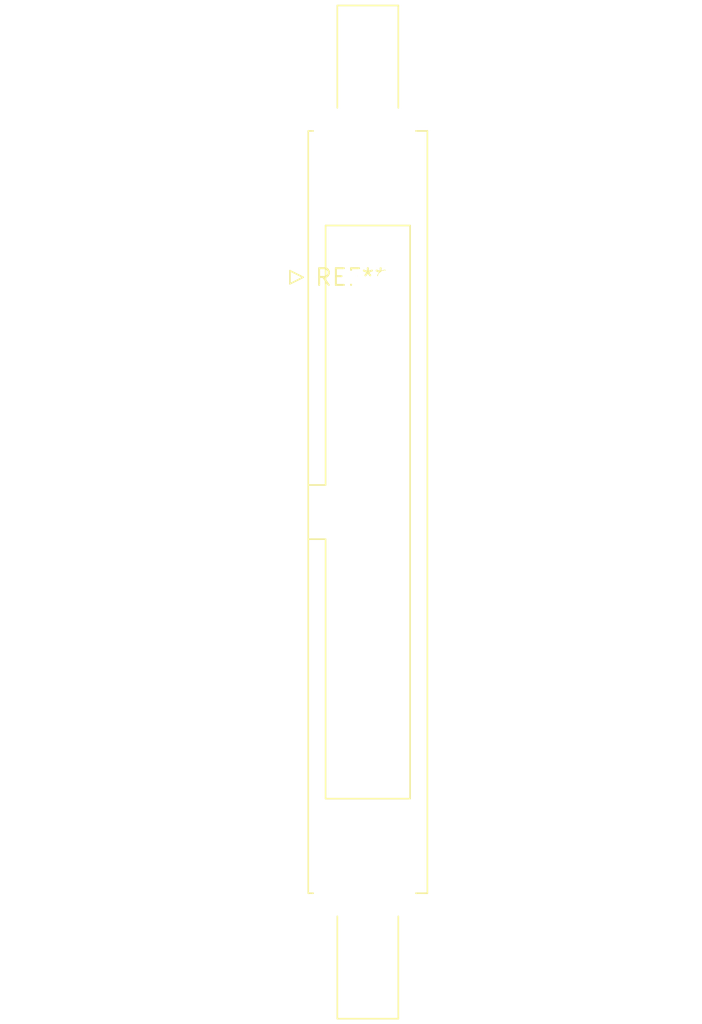
<source format=kicad_pcb>
(kicad_pcb (version 20240108) (generator pcbnew)
  (layers (0 "F.Cu" signal) (31 "B.Cu" signal) (34 "B.Paste" user) (35 "F.Paste" user) (36 "B.SilkS" user "B.Silkscreen") (37 "F.SilkS" user "F.Silkscreen") (38 "B.Mask" user) (39 "F.Mask" user) (44 "Edge.Cuts" user))
  (net 0 "")
  (footprint "IDC-Header_2x15-1MP_P2.54mm_Latch9.5mm_Vertical" (layer "F.Cu") (at 0 0)
    (property "Reference" "REF**")
    (property "Value" "IDC-Header_2x15-1MP_P2.54mm_Latch9.5mm_Vertical")
    (fp_line (start -4.63 -0.5) (end -4.63 0.5) (layer "F.SilkS") (stroke (width 0.12)))
    (fp_line (start -4.63 0.5) (end -3.63 0) (layer "F.SilkS") (stroke (width 0.12)))
    (fp_line (start -3.63 0) (end -4.63 -0.5) (layer "F.SilkS") (stroke (width 0.12)))
    (fp_line (start -3.24 -11.08) (end -3.24 46.64) (layer "F.SilkS") (stroke (width 0.12)))
    (fp_line (start -3.24 15.73) (end -1.93 15.73) (layer "F.SilkS") (stroke (width 0.12)))
    (fp_line (start -3.24 46.64) (end -2.87 46.64) (layer "F.SilkS") (stroke (width 0.12)))
    (fp_line (start -2.87 -11.08) (end -3.24 -11.08) (layer "F.SilkS") (stroke (width 0.12)))
    (fp_line (start -1.93 -3.92) (end 4.47 -3.92) (layer "F.SilkS") (stroke (width 0.12)))
    (fp_line (start -1.93 15.73) (end -1.93 -3.92) (layer "F.SilkS") (stroke (width 0.12)))
    (fp_line (start -1.93 19.83) (end -3.24 19.83) (layer "F.SilkS") (stroke (width 0.12)))
    (fp_line (start -1.93 19.83) (end -1.93 19.83) (layer "F.SilkS") (stroke (width 0.12)))
    (fp_line (start -1.93 39.48) (end -1.93 19.83) (layer "F.SilkS") (stroke (width 0.12)))
    (fp_line (start -1.04 -20.58) (end 3.58 -20.58) (layer "F.SilkS") (stroke (width 0.12)))
    (fp_line (start -1.04 -12.83) (end -1.04 -20.58) (layer "F.SilkS") (stroke (width 0.12)))
    (fp_line (start -1.04 48.39) (end -1.04 56.14) (layer "F.SilkS") (stroke (width 0.12)))
    (fp_line (start -1.04 56.14) (end 3.58 56.14) (layer "F.SilkS") (stroke (width 0.12)))
    (fp_line (start 3.58 -20.58) (end 3.58 -12.83) (layer "F.SilkS") (stroke (width 0.12)))
    (fp_line (start 3.58 56.14) (end 3.58 48.39) (layer "F.SilkS") (stroke (width 0.12)))
    (fp_line (start 4.47 -3.92) (end 4.47 39.48) (layer "F.SilkS") (stroke (width 0.12)))
    (fp_line (start 4.47 39.48) (end -1.93 39.48) (layer "F.SilkS") (stroke (width 0.12)))
    (fp_line (start 4.91 -11.08) (end 5.78 -11.08) (layer "F.SilkS") (stroke (width 0.12)))
    (fp_line (start 5.78 -11.08) (end 5.78 46.64) (layer "F.SilkS") (stroke (width 0.12)))
    (fp_line (start 5.78 46.64) (end 4.91 46.64) (layer "F.SilkS") (stroke (width 0.12)))
    (pad "1" thru_hole roundrect (at 0 0) (size 1.7 1.7) (drill 1) (layers *.Cu *.Mask) (remove_unused_layers) (roundrect_rratio 0.147059))
    (pad "2" thru_hole circle (at 2.54 0) (size 1.7 1.7) (drill 1) (layers *.Cu *.Mask) (remove_unused_layers))
    (pad "3" thru_hole circle (at 0 2.54) (size 1.7 1.7) (drill 1) (layers *.Cu *.Mask) (remove_unused_layers))
    (pad "4" thru_hole circle (at 2.54 2.54) (size 1.7 1.7) (drill 1) (layers *.Cu *.Mask) (remove_unused_layers))
    (pad "5" thru_hole circle (at 0 5.08) (size 1.7 1.7) (drill 1) (layers *.Cu *.Mask) (remove_unused_layers))
    (pad "6" thru_hole circle (at 2.54 5.08) (size 1.7 1.7) (drill 1) (layers *.Cu *.Mask) (remove_unused_layers))
    (pad "7" thru_hole circle (at 0 7.62) (size 1.7 1.7) (drill 1) (layers *.Cu *.Mask) (remove_unused_layers))
    (pad "8" thru_hole circle (at 2.54 7.62) (size 1.7 1.7) (drill 1) (layers *.Cu *.Mask) (remove_unused_layers))
    (pad "9" thru_hole circle (at 0 10.16) (size 1.7 1.7) (drill 1) (layers *.Cu *.Mask) (remove_unused_layers))
    (pad "10" thru_hole circle (at 2.54 10.16) (size 1.7 1.7) (drill 1) (layers *.Cu *.Mask) (remove_unused_layers))
    (pad "11" thru_hole circle (at 0 12.7) (size 1.7 1.7) (drill 1) (layers *.Cu *.Mask) (remove_unused_layers))
    (pad "12" thru_hole circle (at 2.54 12.7) (size 1.7 1.7) (drill 1) (layers *.Cu *.Mask) (remove_unused_layers))
    (pad "13" thru_hole circle (at 0 15.24) (size 1.7 1.7) (drill 1) (layers *.Cu *.Mask) (remove_unused_layers))
    (pad "14" thru_hole circle (at 2.54 15.24) (size 1.7 1.7) (drill 1) (layers *.Cu *.Mask) (remove_unused_layers))
    (pad "15" thru_hole circle (at 0 17.78) (size 1.7 1.7) (drill 1) (layers *.Cu *.Mask) (remove_unused_layers))
    (pad "16" thru_hole circle (at 2.54 17.78) (size 1.7 1.7) (drill 1) (layers *.Cu *.Mask) (remove_unused_layers))
    (pad "17" thru_hole circle (at 0 20.32) (size 1.7 1.7) (drill 1) (layers *.Cu *.Mask) (remove_unused_layers))
    (pad "18" thru_hole circle (at 2.54 20.32) (size 1.7 1.7) (drill 1) (layers *.Cu *.Mask) (remove_unused_layers))
    (pad "19" thru_hole circle (at 0 22.86) (size 1.7 1.7) (drill 1) (layers *.Cu *.Mask) (remove_unused_layers))
    (pad "20" thru_hole circle (at 2.54 22.86) (size 1.7 1.7) (drill 1) (layers *.Cu *.Mask) (remove_unused_layers))
    (pad "21" thru_hole circle (at 0 25.4) (size 1.7 1.7) (drill 1) (layers *.Cu *.Mask) (remove_unused_layers))
    (pad "22" thru_hole circle (at 2.54 25.4) (size 1.7 1.7) (drill 1) (layers *.Cu *.Mask) (remove_unused_layers))
    (pad "23" thru_hole circle (at 0 27.94) (size 1.7 1.7) (drill 1) (layers *.Cu *.Mask) (remove_unused_layers))
    (pad "24" thru_hole circle (at 2.54 27.94) (size 1.7 1.7) (drill 1) (layers *.Cu *.Mask) (remove_unused_layers))
    (pad "25" thru_hole circle (at 0 30.48) (size 1.7 1.7) (drill 1) (layers *.Cu *.Mask) (remove_unused_layers))
    (pad "26" thru_hole circle (at 2.54 30.48) (size 1.7 1.7) (drill 1) (layers *.Cu *.Mask) (remove_unused_layers))
    (pad "27" thru_hole circle (at 0 33.02) (size 1.7 1.7) (drill 1) (layers *.Cu *.Mask) (remove_unused_layers))
    (pad "28" thru_hole circle (at 2.54 33.02) (size 1.7 1.7) (drill 1) (layers *.Cu *.Mask) (remove_unused_layers))
    (pad "29" thru_hole circle (at 0 35.56) (size 1.7 1.7) (drill 1) (layers *.Cu *.Mask) (remove_unused_layers))
    (pad "30" thru_hole circle (at 2.54 35.56) (size 1.7 1.7) (drill 1) (layers *.Cu *.Mask) (remove_unused_layers))
    (pad "MP" thru_hole circle (at 1.02 -8.94) (size 8 8) (drill 2.69) (layers *.Cu *.Mask) (remove_unused_layers))
    (pad "MP" thru_hole circle (at 1.02 44.5) (size 8 8) (drill 2.69) (layers *.Cu *.Mask) (remove_unused_layers))
  )
)
</source>
